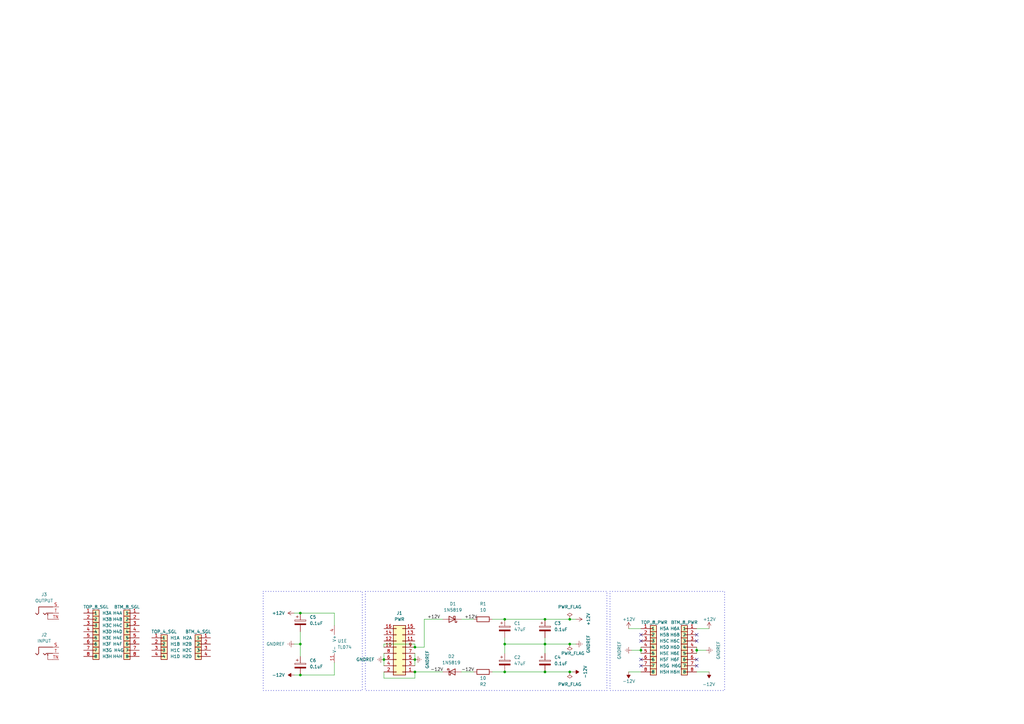
<source format=kicad_sch>
(kicad_sch (version 20230121) (generator eeschema)
  (paper "A3")
  (lib_symbols
    (symbol "Amplifier_Operational:TL074" (pin_names (offset 0.127))
      (property "Reference" "U" (at 0 5.08 0))
      (property "Value" "TL074" (at 0 -5.08 0))
      (symbol "TL074_1_1"
        (polyline (pts (xy -5.08 5.08) (xy 5.08 0) (xy -5.08 -5.08) (xy -5.08 5.08)) (stroke (width 0.254)) (fill (type background)))
        (pin output line (at 7.62 0 180) (length 2.54) (name "~") (number "1"))
        (pin input line (at -7.62 -2.54 0) (length 2.54) (name "-") (number "2"))
        (pin input line (at -7.62 2.54 0) (length 2.54) (name "+") (number "3"))
      )
      (symbol "TL074_2_1"
        (polyline (pts (xy -5.08 5.08) (xy 5.08 0) (xy -5.08 -5.08) (xy -5.08 5.08)) (stroke (width 0.254)) (fill (type background)))
        (pin input line (at -7.62 2.54 0) (length 2.54) (name "+") (number "5"))
        (pin input line (at -7.62 -2.54 0) (length 2.54) (name "-") (number "6"))
        (pin output line (at 7.62 0 180) (length 2.54) (name "~") (number "7"))
      )
      (symbol "TL074_3_1"
        (polyline (pts (xy -5.08 5.08) (xy 5.08 0) (xy -5.08 -5.08) (xy -5.08 5.08)) (stroke (width 0.254)) (fill (type background)))
        (pin input line (at -7.62 2.54 0) (length 2.54) (name "+") (number "10"))
        (pin output line (at 7.62 0 180) (length 2.54) (name "~") (number "8"))
        (pin input line (at -7.62 -2.54 0) (length 2.54) (name "-") (number "9"))
      )
      (symbol "TL074_4_1"
        (polyline (pts (xy -5.08 5.08) (xy 5.08 0) (xy -5.08 -5.08) (xy -5.08 5.08)) (stroke (width 0.254)) (fill (type background)))
        (pin input line (at -7.62 2.54 0) (length 2.54) (name "+") (number "12"))
        (pin input line (at -7.62 -2.54 0) (length 2.54) (name "-") (number "13"))
        (pin output line (at 7.62 0 180) (length 2.54) (name "~") (number "14"))
      )
      (symbol "TL074_5_1"
        (pin power_in line (at -2.54 -7.62 90) (length 3.81) (name "V-") (number "11"))
        (pin power_in line (at -2.54 7.62 270) (length 3.81) (name "V+") (number "4"))
      )
    )
    (symbol "Device:C_Polarized" (pin_numbers hide) (pin_names (offset 0.254))
      (property "Reference" "C" (at 0.635 2.54 0))
      (property "Value" "C_Polarized" (at 0.635 -2.54 0))
      (symbol "C_Polarized_0_1"
        (rectangle (start -2.286 0.508) (end 2.286 1.016))
        (polyline (pts (xy -1.778 2.286) (xy -0.762 2.286)))
        (polyline (pts (xy -1.27 2.794) (xy -1.27 1.778)))
        (rectangle (start 2.286 -0.508) (end -2.286 -1.016) (fill (type outline)))
      )
      (symbol "C_Polarized_1_1"
        (pin passive line (at 0 3.81 270) (length 2.794) (name "~") (number "1"))
        (pin passive line (at 0 -3.81 90) (length 2.794) (name "~") (number "2"))
      )
    )
    (symbol "Device:R" (pin_numbers hide) (pin_names (offset 0))
      (property "Reference" "R" (at 2.032 0 90))
      (property "Value" "R" (at 0 0 90))
      (symbol "R_0_1"
        (rectangle (start -1.016 -2.54) (end 1.016 2.54) (stroke (width 0.254)))
      )
      (symbol "R_1_1"
        (pin passive line (at 0 3.81 270) (length 1.27) (name "~") (number "1"))
        (pin passive line (at 0 -3.81 90) (length 1.27) (name "~") (number "2"))
      )
    )
    (symbol "Diode:1N5819" (pin_numbers hide) (pin_names (offset 1.016) hide)
      (property "Reference" "D" (at 0 2.54 0))
      (property "Value" "1N5819" (at 0 -2.54 0))
      (symbol "1N5819_0_1"
        (polyline (pts (xy 1.27 0) (xy -1.27 0)))
        (polyline (pts (xy 1.27 1.27) (xy 1.27 -1.27) (xy -1.27 0) (xy 1.27 1.27)) (stroke (width 0.254)))
        (polyline (pts (xy -1.905 0.635) (xy -1.905 1.27) (xy -1.27 1.27) (xy -1.27 -1.27) (xy -0.635 -1.27) (xy -0.635 -0.635)) (stroke (width 0.254)))
      )
      (symbol "1N5819_1_1"
        (pin passive line (at -3.81 0 0) (length 2.54) (name "K") (number "1"))
        (pin passive line (at 3.81 0 180) (length 2.54) (name "A") (number "2"))
      )
    )
    (symbol "Synth_Custom:AudioJack2_PJ398SM"
      (property "Reference" "J" (at 0 8.89 0))
      (property "Value" "AudioJack2_PJ398SM" (at 0 6.35 0))
      (symbol "AudioJack2_PJ398SM_0_1"
        (polyline (pts (xy 0.508 -0.254) (xy 0.762 -0.762)))
        (polyline (pts (xy -1.27 0) (xy -0.635 -0.635) (xy 0 0) (xy 2.54 0)) (stroke (width 0.254)))
        (polyline (pts (xy 2.54 -2.54) (xy 0.508 -2.54) (xy 0.508 -0.254) (xy 0.254 -0.762)))
        (polyline (pts (xy 2.54 2.54) (xy -3.175 2.54) (xy -3.175 0) (xy -3.81 -0.635) (xy -4.445 0)) (stroke (width 0.254)))
      )
      (symbol "AudioJack2_PJ398SM_1_1"
        (pin passive line (at 5.08 2.54 180) (length 2.54) (name "~") (number "S"))
        (pin passive line (at 5.08 0 180) (length 2.54) (name "~") (number "T"))
        (pin passive line (at 5.08 -2.54 180) (length 2.54) (name "~") (number "TN"))
      )
    )
    (symbol "Synth_Custom:CONN_Header_01x04"
      (property "Reference" "H" (at 2.54 0 0))
      (symbol "CONN_Header_01x04_1_1"
        (rectangle (start -1.27 0.127) (end 0 -0.127) (stroke (width 0.1524)))
        (rectangle (start -1.27 1.27) (end 1.27 -1.27) (stroke (width 0.254)) (fill (type background)))
        (pin passive line (at -5.08 0 0) (length 3.81) (name "1") (number "1"))
      )
      (symbol "CONN_Header_01x04_2_1"
        (rectangle (start -1.27 0.127) (end 0 -0.127) (stroke (width 0.1524)))
        (rectangle (start -1.27 1.27) (end 1.27 -1.27) (stroke (width 0.254)) (fill (type background)))
        (pin passive line (at -5.08 0 0) (length 3.81) (name "2") (number "2"))
      )
      (symbol "CONN_Header_01x04_3_1"
        (rectangle (start -1.27 0.127) (end 0 -0.127) (stroke (width 0.1524)))
        (rectangle (start -1.27 1.27) (end 1.27 -1.27) (stroke (width 0.254)) (fill (type background)))
        (pin passive line (at -5.08 0 0) (length 3.81) (name "3") (number "3"))
      )
      (symbol "CONN_Header_01x04_4_1"
        (rectangle (start -1.27 0.127) (end 0 -0.127) (stroke (width 0.1524)))
        (rectangle (start -1.27 1.27) (end 1.27 -1.27) (stroke (width 0.254)) (fill (type background)))
        (pin passive line (at -5.08 0 0) (length 3.81) (name "4") (number "4"))
      )
    )
    (symbol "Synth_Custom:CONN_Header_01x08"
      (property "Reference" "H" (at 2.54 0 0))
      (symbol "CONN_Header_01x08_1_1"
        (rectangle (start -1.27 0.127) (end 0 -0.127) (stroke (width 0.1524)))
        (rectangle (start -1.27 1.27) (end 1.27 -1.27) (stroke (width 0.254)) (fill (type background)))
        (pin passive line (at -5.08 0 0) (length 3.81) (name "1") (number "1"))
      )
      (symbol "CONN_Header_01x08_2_1"
        (rectangle (start -1.27 0.127) (end 0 -0.127) (stroke (width 0.1524)))
        (rectangle (start -1.27 1.27) (end 1.27 -1.27) (stroke (width 0.254)) (fill (type background)))
        (pin passive line (at -5.08 0 0) (length 3.81) (name "2") (number "2"))
      )
      (symbol "CONN_Header_01x08_3_1"
        (rectangle (start -1.27 0.127) (end 0 -0.127) (stroke (width 0.1524)))
        (rectangle (start -1.27 1.27) (end 1.27 -1.27) (stroke (width 0.254)) (fill (type background)))
        (pin passive line (at -5.08 0 0) (length 3.81) (name "3") (number "3"))
      )
      (symbol "CONN_Header_01x08_4_1"
        (rectangle (start -1.27 0.127) (end 0 -0.127) (stroke (width 0.1524)))
        (rectangle (start -1.27 1.27) (end 1.27 -1.27) (stroke (width 0.254)) (fill (type background)))
        (pin passive line (at -5.08 0 0) (length 3.81) (name "4") (number "4"))
      )
      (symbol "CONN_Header_01x08_5_1"
        (rectangle (start -1.27 0.127) (end 0 -0.127) (stroke (width 0.1524)))
        (rectangle (start -1.27 1.27) (end 1.27 -1.27) (stroke (width 0.254)) (fill (type background)))
        (pin passive line (at -5.08 0 0) (length 3.81) (name "5") (number "5"))
      )
      (symbol "CONN_Header_01x08_6_1"
        (rectangle (start -1.27 0.127) (end 0 -0.127) (stroke (width 0.1524)))
        (rectangle (start -1.27 1.27) (end 1.27 -1.27) (stroke (width 0.254)) (fill (type background)))
        (pin passive line (at -5.08 0 0) (length 3.81) (name "6") (number "6"))
      )
      (symbol "CONN_Header_01x08_7_1"
        (rectangle (start -1.27 0.127) (end 0 -0.127) (stroke (width 0.1524)))
        (rectangle (start -1.27 1.27) (end 1.27 -1.27) (stroke (width 0.254)) (fill (type background)))
        (pin passive line (at -5.08 0 0) (length 3.81) (name "7") (number "7"))
      )
      (symbol "CONN_Header_01x08_8_1"
        (rectangle (start -1.27 0.127) (end 0 -0.127) (stroke (width 0.1524)))
        (rectangle (start -1.27 1.27) (end 1.27 -1.27) (stroke (width 0.254)) (fill (type background)))
        (pin passive line (at -5.08 0 0) (length 3.81) (name "8") (number "8"))
      )
    )
    (symbol "Synth_Custom:CONN_Socket_01x04"
      (property "Reference" "H" (at 2.54 0 0))
      (symbol "CONN_Socket_01x04_1_1"
        (rectangle (start -1.27 0.127) (end 0 -0.127) (stroke (width 0.1524)))
        (rectangle (start -1.27 1.27) (end 1.27 -1.27) (stroke (width 0.254)) (fill (type background)))
        (pin passive line (at -5.08 0 0) (length 3.81) (name "1") (number "1"))
      )
      (symbol "CONN_Socket_01x04_2_1"
        (rectangle (start -1.27 0.127) (end 0 -0.127) (stroke (width 0.1524)))
        (rectangle (start -1.27 1.27) (end 1.27 -1.27) (stroke (width 0.254)) (fill (type background)))
        (pin passive line (at -5.08 0 0) (length 3.81) (name "2") (number "2"))
      )
      (symbol "CONN_Socket_01x04_3_1"
        (rectangle (start -1.27 0.127) (end 0 -0.127) (stroke (width 0.1524)))
        (rectangle (start -1.27 1.27) (end 1.27 -1.27) (stroke (width 0.254)) (fill (type background)))
        (pin passive line (at -5.08 0 0) (length 3.81) (name "3") (number "3"))
      )
      (symbol "CONN_Socket_01x04_4_1"
        (rectangle (start -1.27 0.127) (end 0 -0.127) (stroke (width 0.1524)))
        (rectangle (start -1.27 1.27) (end 1.27 -1.27) (stroke (width 0.254)) (fill (type background)))
        (pin passive line (at -5.08 0 0) (length 3.81) (name "4") (number "4"))
      )
    )
    (symbol "Synth_Custom:CONN_Socket_01x08"
      (property "Reference" "H" (at 2.54 0 0))
      (symbol "CONN_Socket_01x08_1_1"
        (rectangle (start -1.27 0.127) (end 0 -0.127) (stroke (width 0.1524)))
        (rectangle (start -1.27 1.27) (end 1.27 -1.27) (stroke (width 0.254)) (fill (type background)))
        (pin passive line (at -5.08 0 0) (length 3.81) (name "1") (number "1"))
      )
      (symbol "CONN_Socket_01x08_2_1"
        (rectangle (start -1.27 0.127) (end 0 -0.127) (stroke (width 0.1524)))
        (rectangle (start -1.27 1.27) (end 1.27 -1.27) (stroke (width 0.254)) (fill (type background)))
        (pin passive line (at -5.08 0 0) (length 3.81) (name "2") (number "2"))
      )
      (symbol "CONN_Socket_01x08_3_1"
        (rectangle (start -1.27 0.127) (end 0 -0.127) (stroke (width 0.1524)))
        (rectangle (start -1.27 1.27) (end 1.27 -1.27) (stroke (width 0.254)) (fill (type background)))
        (pin passive line (at -5.08 0 0) (length 3.81) (name "3") (number "3"))
      )
      (symbol "CONN_Socket_01x08_4_1"
        (rectangle (start -1.27 0.127) (end 0 -0.127) (stroke (width 0.1524)))
        (rectangle (start -1.27 1.27) (end 1.27 -1.27) (stroke (width 0.254)) (fill (type background)))
        (pin passive line (at -5.08 0 0) (length 3.81) (name "4") (number "4"))
      )
      (symbol "CONN_Socket_01x08_5_1"
        (rectangle (start -1.27 0.127) (end 0 -0.127) (stroke (width 0.1524)))
        (rectangle (start -1.27 1.27) (end 1.27 -1.27) (stroke (width 0.254)) (fill (type background)))
        (pin passive line (at -5.08 0 0) (length 3.81) (name "5") (number "5"))
      )
      (symbol "CONN_Socket_01x08_6_1"
        (rectangle (start -1.27 0.127) (end 0 -0.127) (stroke (width 0.1524)))
        (rectangle (start -1.27 1.27) (end 1.27 -1.27) (stroke (width 0.254)) (fill (type background)))
        (pin passive line (at -5.08 0 0) (length 3.81) (name "6") (number "6"))
      )
      (symbol "CONN_Socket_01x08_7_1"
        (rectangle (start -1.27 0.127) (end 0 -0.127) (stroke (width 0.1524)))
        (rectangle (start -1.27 1.27) (end 1.27 -1.27) (stroke (width 0.254)) (fill (type background)))
        (pin passive line (at -5.08 0 0) (length 3.81) (name "7") (number "7"))
      )
      (symbol "CONN_Socket_01x08_8_1"
        (rectangle (start -1.27 0.127) (end 0 -0.127) (stroke (width 0.1524)))
        (rectangle (start -1.27 1.27) (end 1.27 -1.27) (stroke (width 0.254)) (fill (type background)))
        (pin passive line (at -5.08 0 0) (length 3.81) (name "8") (number "8"))
      )
    )
    (symbol "Synth_Custom:Conn_02x08_PWR_Eurorack" (pin_names (offset 1.016) hide)
      (property "Reference" "J" (at 1.27 10.16 0))
      (property "Value" "Conn_02x08_PWR_Eurorack" (at 1.27 -12.7 0))
      (symbol "Conn_02x08_PWR_Eurorack_1_1"
        (rectangle (start -1.27 -10.033) (end 0 -10.287) (stroke (width 0.1524)))
        (rectangle (start -1.27 -7.493) (end 0 -7.747) (stroke (width 0.1524)))
        (rectangle (start -1.27 -4.953) (end 0 -5.207) (stroke (width 0.1524)))
        (rectangle (start -1.27 -2.413) (end 0 -2.667) (stroke (width 0.1524)))
        (rectangle (start -1.27 0.127) (end 0 -0.127) (stroke (width 0.1524)))
        (rectangle (start -1.27 2.667) (end 0 2.413) (stroke (width 0.1524)))
        (rectangle (start -1.27 5.207) (end 0 4.953) (stroke (width 0.1524)))
        (rectangle (start -1.27 7.747) (end 0 7.493) (stroke (width 0.1524)))
        (rectangle (start -1.27 8.89) (end 3.81 -11.43) (stroke (width 0.254)) (fill (type background)))
        (rectangle (start 3.81 -10.033) (end 2.54 -10.287) (stroke (width 0.1524)))
        (rectangle (start 3.81 -7.493) (end 2.54 -7.747) (stroke (width 0.1524)))
        (rectangle (start 3.81 -4.953) (end 2.54 -5.207) (stroke (width 0.1524)))
        (rectangle (start 3.81 -2.413) (end 2.54 -2.667) (stroke (width 0.1524)))
        (rectangle (start 3.81 0.127) (end 2.54 -0.127) (stroke (width 0.1524)))
        (rectangle (start 3.81 2.667) (end 2.54 2.413) (stroke (width 0.1524)))
        (rectangle (start 3.81 5.207) (end 2.54 4.953) (stroke (width 0.1524)))
        (rectangle (start 3.81 7.747) (end 2.54 7.493) (stroke (width 0.1524)))
        (pin passive line (at -5.08 7.62 0) (length 3.81) (name "-12V") (number "1"))
        (pin passive line (at 7.62 -2.54 180) (length 3.81) (name "+12V") (number "10"))
        (pin passive line (at -5.08 -5.08 0) (length 3.81) (name "+5V") (number "11"))
        (pin passive line (at 7.62 -5.08 180) (length 3.81) (name "+5V") (number "12"))
        (pin passive line (at -5.08 -7.62 0) (length 3.81) (name "CV") (number "13"))
        (pin passive line (at 7.62 -7.62 180) (length 3.81) (name "CV") (number "14"))
        (pin passive line (at -5.08 -10.16 0) (length 3.81) (name "GATE") (number "15"))
        (pin passive line (at 7.62 -10.16 180) (length 3.81) (name "GATE") (number "16"))
        (pin passive line (at 7.62 7.62 180) (length 3.81) (name "-12V") (number "2"))
        (pin passive line (at -5.08 5.08 0) (length 3.81) (name "GND") (number "3"))
        (pin passive line (at 7.62 5.08 180) (length 3.81) (name "GND") (number "4"))
        (pin passive line (at -5.08 2.54 0) (length 3.81) (name "GND") (number "5"))
        (pin passive line (at 7.62 2.54 180) (length 3.81) (name "GND") (number "6"))
        (pin passive line (at -5.08 0 0) (length 3.81) (name "GND") (number "7"))
        (pin passive line (at 7.62 0 180) (length 3.81) (name "GND") (number "8"))
        (pin passive line (at -5.08 -2.54 0) (length 3.81) (name "+12V") (number "9"))
      )
    )
    (symbol "power:+12V" (power) (pin_names (offset 0))
      (property "Value" "+12V" (at 0 3.556 0))
      (symbol "+12V_0_1"
        (polyline (pts (xy -0.762 1.27) (xy 0 2.54)))
        (polyline (pts (xy 0 0) (xy 0 2.54)))
        (polyline (pts (xy 0 2.54) (xy 0.762 1.27)))
      )
      (symbol "+12V_1_1"
        (pin power_in line (at 0 0 90) (length 0) hide (name "+12V") (number "1"))
      )
    )
    (symbol "power:-12V" (power) (pin_names (offset 0))
      (property "Value" "-12V" (at 0 3.81 0))
      (symbol "-12V_0_0"
        (pin power_in line (at 0 0 90) (length 0) hide (name "-12V") (number "1"))
      )
      (symbol "-12V_0_1"
        (polyline (pts (xy 0 0) (xy 0 1.27) (xy 0.762 1.27) (xy 0 2.54) (xy -0.762 1.27) (xy 0 1.27)) (fill (type outline)))
      )
    )
    (symbol "power:GNDREF" (power) (pin_names (offset 0))
      (property "Value" "GNDREF" (at 0 -3.81 0))
      (symbol "GNDREF_0_1"
        (polyline (pts (xy -0.635 -1.905) (xy 0.635 -1.905)))
        (polyline (pts (xy -0.127 -2.54) (xy 0.127 -2.54)))
        (polyline (pts (xy 0 -1.27) (xy 0 0)))
        (polyline (pts (xy 1.27 -1.27) (xy -1.27 -1.27)))
      )
      (symbol "GNDREF_1_1"
        (pin power_in line (at 0 0 270) (length 0) hide (name "GNDREF") (number "1"))
      )
    )
    (symbol "power:PWR_FLAG" (power) (pin_numbers hide) (pin_names (offset 0) hide)
      (property "Value" "PWR_FLAG" (at 0 3.81 0))
      (symbol "PWR_FLAG_0_0"
        (pin power_out line (at 0 0 90) (length 0) (name "pwr") (number "1"))
      )
      (symbol "PWR_FLAG_0_1"
        (polyline (pts (xy 0 0) (xy 0 1.27) (xy -1.016 1.905) (xy 0 2.54) (xy 1.016 1.905) (xy 0 1.27)))
      )
    )
  )
  (junction (at 123.19 264.16))
  (junction (at 207.01 264.16))
  (junction (at 233.68 275.59))
  (junction (at 223.52 264.16))
  (junction (at 157.48 270.51))
  (junction (at 233.68 254))
  (junction (at 223.52 254))
  (junction (at 262.89 266.7))
  (junction (at 170.18 275.59))
  (junction (at 170.18 265.43))
  (junction (at 207.01 254))
  (junction (at 170.18 270.51))
  (junction (at 123.19 276.86))
  (junction (at 285.75 266.7))
  (junction (at 207.01 275.59))
  (junction (at 233.68 264.16))
  (junction (at 223.52 275.59))
  (junction (at 123.19 251.46))
  (no_connect (at 285.75 262.89))
  (no_connect (at 262.89 262.89))
  (no_connect (at 262.89 273.05))
  (no_connect (at 285.75 260.35))
  (no_connect (at 285.75 270.51))
  (no_connect (at 262.89 270.51))
  (no_connect (at 285.75 273.05))
  (no_connect (at 262.89 260.35))
  (wire (pts (xy 137.16 271.78) (xy 137.16 276.86)))
  (wire (pts (xy 170.18 278.13) (xy 170.18 275.59)))
  (wire (pts (xy 120.65 276.86) (xy 123.19 276.86)))
  (wire (pts (xy 173.99 254) (xy 181.61 254)))
  (wire (pts (xy 285.75 257.81) (xy 290.83 257.81)))
  (wire (pts (xy 170.18 264.16) (xy 157.48 264.16)))
  (wire (pts (xy 170.18 265.43) (xy 170.18 264.16)))
  (wire (pts (xy 170.18 267.97) (xy 170.18 270.51)))
  (wire (pts (xy 123.19 259.08) (xy 123.19 264.16)))
  (wire (pts (xy 123.19 264.16) (xy 123.19 269.24)))
  (wire (pts (xy 223.52 275.59) (xy 233.68 275.59)))
  (wire (pts (xy 223.52 264.16) (xy 233.68 264.16)))
  (wire (pts (xy 157.48 275.59) (xy 157.48 278.13)))
  (wire (pts (xy 259.08 266.7) (xy 262.89 266.7)))
  (wire (pts (xy 189.23 275.59) (xy 194.31 275.59)))
  (wire (pts (xy 170.18 270.51) (xy 170.18 273.05)))
  (wire (pts (xy 137.16 251.46) (xy 137.16 256.54)))
  (wire (pts (xy 207.01 261.62) (xy 207.01 264.16)))
  (wire (pts (xy 123.19 264.16) (xy 120.65 264.16)))
  (wire (pts (xy 233.68 275.59) (xy 234.95 275.59)))
  (wire (pts (xy 123.19 276.86) (xy 137.16 276.86)))
  (wire (pts (xy 207.01 254) (xy 223.52 254)))
  (wire (pts (xy 285.75 265.43) (xy 285.75 266.7)))
  (wire (pts (xy 157.48 267.97) (xy 157.48 270.51)))
  (wire (pts (xy 233.68 264.16) (xy 236.22 264.16)))
  (wire (pts (xy 262.89 266.7) (xy 262.89 265.43)))
  (wire (pts (xy 173.99 254) (xy 173.99 265.43)))
  (wire (pts (xy 285.75 266.7) (xy 289.56 266.7)))
  (wire (pts (xy 223.52 254) (xy 233.68 254)))
  (wire (pts (xy 285.75 266.7) (xy 285.75 267.97)))
  (wire (pts (xy 207.01 264.16) (xy 207.01 267.97)))
  (wire (pts (xy 170.18 275.59) (xy 181.61 275.59)))
  (wire (pts (xy 201.93 275.59) (xy 207.01 275.59)))
  (wire (pts (xy 201.93 254) (xy 207.01 254)))
  (wire (pts (xy 207.01 275.59) (xy 223.52 275.59)))
  (wire (pts (xy 233.68 254) (xy 236.22 254)))
  (wire (pts (xy 157.48 270.51) (xy 157.48 273.05)))
  (wire (pts (xy 157.48 278.13) (xy 170.18 278.13)))
  (wire (pts (xy 120.65 251.46) (xy 123.19 251.46)))
  (wire (pts (xy 207.01 264.16) (xy 223.52 264.16)))
  (wire (pts (xy 189.23 254) (xy 194.31 254)))
  (wire (pts (xy 223.52 264.16) (xy 223.52 267.97)))
  (wire (pts (xy 173.99 265.43) (xy 170.18 265.43)))
  (wire (pts (xy 262.89 266.7) (xy 262.89 267.97)))
  (wire (pts (xy 123.19 251.46) (xy 137.16 251.46)))
  (wire (pts (xy 223.52 261.62) (xy 223.52 264.16)))
  (wire (pts (xy 285.75 275.59) (xy 290.83 275.59)))
  (wire (pts (xy 257.81 257.81) (xy 262.89 257.81)))
  (wire (pts (xy 257.81 275.59) (xy 262.89 275.59)))
  (wire (pts (xy 157.48 264.16) (xy 157.48 265.43)))
  (rectangle (start 250.19 242.57) (end 297.18 283.21) (stroke (width 0.25) (type dot)))
  (rectangle (start 149.86 242.57) (end 248.92 283.21) (stroke (width 0.25) (type dot)))
  (rectangle (start 107.95 242.57) (end 148.59 283.21) (stroke (width 0.25) (type dot)))
  (label "-12V" (at 176.53 275.59 0))
  (label "+12V" (at 175.26 254 0))
  (label "+12V" (at 190.5 254 0))
  (label "-12V" (at 189.23 275.59 0))
  (symbol (lib_id "Synth_Custom:CONN_Header_01x08") (at 267.97 262.89 0) (unit 3)
    (property "Reference" "H5" (at 270.51 262.89 0) (effects (justify left)))
    (property "Value" "TOP_8_PWR" (effects hide))
    (property "Footprint" "synth-custom:PinHeader_1x08_P2.00mm_Vertical" (effects hide))
  )
  (symbol (lib_id "power:+12V") (at 290.83 257.81 0) (unit 1)
    (property "Reference" "#PWR08" (effects hide))
    (property "Value" "+12V" (at 288.29 254 0) (effects (justify left)))
  )
  (symbol (lib_id "Synth_Custom:CONN_Socket_01x04") (at 81.28 266.7 180) (unit 3)
    (property "Reference" "H2" (at 78.74 266.7 0) (effects (justify left)))
    (property "Value" "BTM_4_SGL" (effects hide))
    (property "Footprint" "synth-custom:PinSocket_1x04_P2.00mm_Vertical" (effects hide))
  )
  (symbol (lib_id "power:-12V") (at 234.95 275.59 270) (unit 1)
    (property "Reference" "#PWR02" (effects hide))
    (property "Value" "-12V" (at 240.03 275.59 0))
  )
  (symbol (lib_id "Synth_Custom:CONN_Header_01x08") (at 39.37 259.08 0) (unit 4)
    (property "Reference" "H3" (at 41.91 259.08 0) (effects (justify left)))
    (property "Value" "TOP_8_SGL" (effects hide))
    (property "Footprint" "synth-custom:PinHeader_1x08_P2.00mm_Vertical" (effects hide))
  )
  (symbol (lib_id "Synth_Custom:CONN_Socket_01x08") (at 52.07 256.54 180) (unit 3)
    (property "Reference" "H4" (at 48.26 256.54 0))
    (property "Value" "BTM_8_SGL" (effects hide))
    (property "Footprint" "synth-custom:PinSocket_1x08_P2.00mm_Vertical" (effects hide))
  )
  (symbol (lib_id "Synth_Custom:CONN_Socket_01x08") (at 280.67 257.81 180) (unit 1)
    (property "Reference" "H6" (at 276.86 257.81 0))
    (property "Value" "BTM_8_PWR" (at 280.67 255.27 0))
    (property "Footprint" "synth-custom:PinSocket_1x08_P2.00mm_Vertical" (effects hide))
  )
  (symbol (lib_id "Synth_Custom:CONN_Socket_01x08") (at 280.67 262.89 180) (unit 3)
    (property "Reference" "H6" (at 276.86 262.89 0))
    (property "Value" "BTM_8_PWR" (effects hide))
    (property "Footprint" "synth-custom:PinSocket_1x08_P2.00mm_Vertical" (effects hide))
  )
  (symbol (lib_id "Synth_Custom:CONN_Socket_01x08") (at 52.07 261.62 180) (unit 5)
    (property "Reference" "H4" (at 48.26 261.62 0))
    (property "Value" "BTM_8_SGL" (effects hide))
    (property "Footprint" "synth-custom:PinSocket_1x08_P2.00mm_Vertical" (effects hide))
  )
  (symbol (lib_id "Device:C_Polarized") (at 123.19 273.05 0) (unit 1)
    (property "Reference" "C6" (at 127 270.891 0) (effects (justify left)))
    (property "Value" "0.1uF" (at 127 273.431 0) (effects (justify left)))
    (property "Footprint" "Capacitor_THT:CP_Radial_D4.0mm_P2.00mm" (effects hide))
  )
  (symbol (lib_id "Synth_Custom:CONN_Socket_01x08") (at 52.07 269.24 180) (unit 8)
    (property "Reference" "H4" (at 48.26 269.24 0))
    (property "Value" "BTM_8_SGL" (effects hide))
    (property "Footprint" "synth-custom:PinSocket_1x08_P2.00mm_Vertical" (effects hide))
  )
  (symbol (lib_id "Synth_Custom:CONN_Header_01x04") (at 67.31 266.7 0) (unit 3)
    (property "Reference" "H1" (at 69.85 266.7 0) (effects (justify left)))
    (property "Value" "TOP_4_SGL" (effects hide))
    (property "Footprint" "synth-custom:PinHeader_1x04_P2.00mm_Vertical" (effects hide))
  )
  (symbol (lib_id "Diode:1N5819") (at 185.42 275.59 0) (unit 1)
    (property "Reference" "D2" (at 185.1025 269.24 0))
    (property "Value" "1N5819" (at 185.1025 271.78 0))
    (property "Footprint" "Diode_THT:D_DO-41_SOD81_P10.16mm_Horizontal" (effects hide))
    (property "Datasheet" "http://www.vishay.com/docs/88525/1n5817.pdf" (effects hide))
  )
  (symbol (lib_id "Device:R") (at 198.12 275.59 90) (unit 1)
    (property "Reference" "R2" (at 198.12 280.67 90))
    (property "Value" "10" (at 198.12 278.13 90))
    (property "Footprint" "synth-custom:R_Axial_DIN0207_L6.3mm_D2.5mm_P7.62mm_Horizontal" (effects hide))
  )
  (symbol (lib_id "power:PWR_FLAG") (at 233.68 254 0) (unit 1)
    (property "Reference" "#FLG01" (effects hide))
    (property "Value" "PWR_FLAG" (at 233.68 248.92 0))
  )
  (symbol (lib_id "Diode:1N5819") (at 185.42 254 180) (unit 1)
    (property "Reference" "D1" (at 185.7375 247.65 0))
    (property "Value" "1N5819" (at 185.7375 250.19 0))
    (property "Footprint" "Diode_THT:D_DO-41_SOD81_P10.16mm_Horizontal" (effects hide))
    (property "Datasheet" "http://www.vishay.com/docs/88525/1n5817.pdf" (effects hide))
  )
  (symbol (lib_id "Synth_Custom:CONN_Header_01x08") (at 39.37 251.46 0) (unit 1)
    (property "Reference" "H3" (at 41.91 251.46 0) (effects (justify left)))
    (property "Value" "TOP_8_SGL" (at 39.37 248.92 0))
    (property "Footprint" "synth-custom:PinHeader_1x08_P2.00mm_Vertical" (effects hide))
  )
  (symbol (lib_id "Synth_Custom:CONN_Socket_01x04") (at 81.28 264.16 180) (unit 2)
    (property "Reference" "H2" (at 78.74 264.16 0) (effects (justify left)))
    (property "Value" "BTM_4_SGL" (effects hide))
    (property "Footprint" "synth-custom:PinSocket_1x04_P2.00mm_Vertical" (effects hide))
  )
  (symbol (lib_id "Device:C_Polarized") (at 223.52 271.78 0) (unit 1)
    (property "Reference" "C4" (at 227.33 269.621 0) (effects (justify left)))
    (property "Value" "0.1uF" (at 227.33 272.161 0) (effects (justify left)))
    (property "Footprint" "Capacitor_THT:CP_Radial_D4.0mm_P2.00mm" (effects hide))
  )
  (symbol (lib_id "Synth_Custom:CONN_Socket_01x08") (at 280.67 267.97 180) (unit 5)
    (property "Reference" "H6" (at 276.86 267.97 0))
    (property "Value" "BTM_8_PWR" (effects hide))
    (property "Footprint" "synth-custom:PinSocket_1x08_P2.00mm_Vertical" (effects hide))
  )
  (symbol (lib_id "Synth_Custom:CONN_Header_01x08") (at 267.97 275.59 0) (unit 8)
    (property "Reference" "H5" (at 270.51 275.59 0) (effects (justify left)))
    (property "Value" "TOP_8_PWR" (effects hide))
    (property "Footprint" "synth-custom:PinHeader_1x08_P2.00mm_Vertical" (effects hide))
  )
  (symbol (lib_id "Synth_Custom:CONN_Header_01x08") (at 39.37 261.62 0) (unit 5)
    (property "Reference" "H3" (at 41.91 261.62 0) (effects (justify left)))
    (property "Value" "TOP_8_SGL" (effects hide))
    (property "Footprint" "synth-custom:PinHeader_1x08_P2.00mm_Vertical" (effects hide))
  )
  (symbol (lib_id "Synth_Custom:CONN_Socket_01x08") (at 52.07 259.08 180) (unit 4)
    (property "Reference" "H4" (at 48.26 259.08 0))
    (property "Value" "BTM_8_SGL" (effects hide))
    (property "Footprint" "synth-custom:PinSocket_1x08_P2.00mm_Vertical" (effects hide))
  )
  (symbol (lib_id "power:PWR_FLAG") (at 233.68 264.16 180) (unit 1)
    (property "Reference" "#FLG03" (effects hide))
    (property "Value" "PWR_FLAG" (at 234.95 267.97 0))
  )
  (symbol (lib_id "Device:C_Polarized") (at 207.01 271.78 0) (unit 1)
    (property "Reference" "C2" (at 210.82 269.621 0) (effects (justify left)))
    (property "Value" "47uF" (at 210.82 272.161 0) (effects (justify left)))
    (property "Footprint" "Capacitor_THT:CP_Radial_D6.3mm_P2.50mm" (effects hide))
  )
  (symbol (lib_id "power:GNDREF") (at 236.22 264.16 90) (unit 1)
    (property "Reference" "#PWR03" (effects hide))
    (property "Value" "GNDREF" (at 241.3 264.16 0))
  )
  (symbol (lib_id "Synth_Custom:CONN_Socket_01x08") (at 52.07 251.46 180) (unit 1)
    (property "Reference" "H4" (at 48.26 251.46 0))
    (property "Value" "BTM_8_SGL" (at 52.07 248.92 0))
    (property "Footprint" "synth-custom:PinSocket_1x08_P2.00mm_Vertical" (effects hide))
  )
  (symbol (lib_id "power:GNDREF") (at 120.65 264.16 270) (unit 1)
    (property "Reference" "#PWR012" (effects hide))
    (property "Value" "GNDREF" (at 116.84 264.16 90) (effects (justify right)))
  )
  (symbol (lib_id "power:GNDREF") (at 289.56 266.7 90) (unit 1)
    (property "Reference" "#PWR09" (effects hide))
    (property "Value" "GNDREF" (at 294.64 266.7 0))
  )
  (symbol (lib_id "Device:C_Polarized") (at 207.01 257.81 0) (unit 1)
    (property "Reference" "C1" (at 210.82 255.651 0) (effects (justify left)))
    (property "Value" "47uF" (at 210.82 258.191 0) (effects (justify left)))
    (property "Footprint" "Capacitor_THT:CP_Radial_D6.3mm_P2.50mm" (effects hide))
  )
  (symbol (lib_id "Device:C_Polarized") (at 123.19 255.27 0) (unit 1)
    (property "Reference" "C5" (at 127 253.111 0) (effects (justify left)))
    (property "Value" "0.1uF" (at 127 255.651 0) (effects (justify left)))
    (property "Footprint" "Capacitor_THT:CP_Radial_D4.0mm_P2.00mm" (effects hide))
  )
  (symbol (lib_id "Synth_Custom:Conn_02x08_PWR_Eurorack") (at 165.1 267.97 180) (unit 1)
    (property "Reference" "J1" (at 163.83 251.46 0))
    (property "Value" "PWR" (at 163.83 254 0))
    (property "Footprint" "synth-custom:CONN_02x08_PWR" (effects hide))
  )
  (symbol (lib_id "power:GNDREF") (at 170.18 270.51 90) (unit 1)
    (property "Reference" "#PWR013" (effects hide))
    (property "Value" "GNDREF" (at 175.26 270.51 0))
  )
  (symbol (lib_id "power:GNDREF") (at 259.08 266.7 270) (unit 1)
    (property "Reference" "#PWR05" (effects hide))
    (property "Value" "GNDREF" (at 254 266.7 0))
  )
  (symbol (lib_id "Synth_Custom:CONN_Header_01x08") (at 39.37 254 0) (unit 2)
    (property "Reference" "H3" (at 41.91 254 0) (effects (justify left)))
    (property "Value" "TOP_8_SGL" (effects hide))
    (property "Footprint" "synth-custom:PinHeader_1x08_P2.00mm_Vertical" (effects hide))
  )
  (symbol (lib_id "Synth_Custom:CONN_Header_01x08") (at 39.37 264.16 0) (unit 6)
    (property "Reference" "H3" (at 41.91 264.16 0) (effects (justify left)))
    (property "Value" "TOP_8_SGL" (effects hide))
    (property "Footprint" "synth-custom:PinHeader_1x08_P2.00mm_Vertical" (effects hide))
  )
  (symbol (lib_id "Synth_Custom:CONN_Header_01x04") (at 67.31 264.16 0) (unit 2)
    (property "Reference" "H1" (at 69.85 264.16 0) (effects (justify left)))
    (property "Value" "TOP_4_SGL" (effects hide))
    (property "Footprint" "synth-custom:PinHeader_1x04_P2.00mm_Vertical" (effects hide))
  )
  (symbol (lib_id "Device:C_Polarized") (at 223.52 257.81 0) (unit 1)
    (property "Reference" "C3" (at 227.33 255.651 0) (effects (justify left)))
    (property "Value" "0.1uF" (at 227.33 258.191 0) (effects (justify left)))
    (property "Footprint" "Capacitor_THT:CP_Radial_D4.0mm_P2.00mm" (effects hide))
  )
  (symbol (lib_id "Synth_Custom:CONN_Socket_01x08") (at 280.67 265.43 180) (unit 4)
    (property "Reference" "H6" (at 276.86 265.43 0))
    (property "Value" "BTM_8_PWR" (effects hide))
    (property "Footprint" "synth-custom:PinSocket_1x08_P2.00mm_Vertical" (effects hide))
  )
  (symbol (lib_id "power:GNDREF") (at 157.48 270.51 270) (unit 1)
    (property "Reference" "#PWR014" (effects hide))
    (property "Value" "GNDREF" (at 153.67 270.51 90) (effects (justify right)))
  )
  (symbol (lib_id "Synth_Custom:CONN_Header_01x08") (at 39.37 256.54 0) (unit 3)
    (property "Reference" "H3" (at 41.91 256.54 0) (effects (justify left)))
    (property "Value" "TOP_8_SGL" (effects hide))
    (property "Footprint" "synth-custom:PinHeader_1x08_P2.00mm_Vertical" (effects hide))
  )
  (symbol (lib_id "Synth_Custom:CONN_Socket_01x08") (at 280.67 273.05 180) (unit 7)
    (property "Reference" "H6" (at 279.4 273.05 0) (effects (justify left)))
    (property "Value" "BTM_8_PWR" (effects hide))
    (property "Footprint" "synth-custom:PinSocket_1x08_P2.00mm_Vertical" (effects hide))
  )
  (symbol (lib_id "Synth_Custom:CONN_Socket_01x08") (at 52.07 264.16 180) (unit 6)
    (property "Reference" "H4" (at 48.26 264.16 0))
    (property "Value" "BTM_8_SGL" (effects hide))
    (property "Footprint" "synth-custom:PinSocket_1x08_P2.00mm_Vertical" (effects hide))
  )
  (symbol (lib_id "Synth_Custom:CONN_Header_01x08") (at 39.37 266.7 0) (unit 7)
    (property "Reference" "H3" (at 41.91 266.7 0) (effects (justify left)))
    (property "Value" "TOP_8_SGL" (effects hide))
    (property "Footprint" "synth-custom:PinHeader_1x08_P2.00mm_Vertical" (effects hide))
  )
  (symbol (lib_id "Synth_Custom:CONN_Header_01x08") (at 39.37 269.24 0) (unit 8)
    (property "Reference" "H3" (at 41.91 269.24 0) (effects (justify left)))
    (property "Value" "TOP_8_SGL" (effects hide))
    (property "Footprint" "synth-custom:PinHeader_1x08_P2.00mm_Vertical" (effects hide))
  )
  (symbol (lib_id "Synth_Custom:CONN_Socket_01x08") (at 280.67 270.51 180) (unit 6)
    (property "Reference" "H6" (at 276.86 270.51 0))
    (property "Value" "BTM_8_PWR" (effects hide))
    (property "Footprint" "synth-custom:PinSocket_1x08_P2.00mm_Vertical" (effects hide))
  )
  (symbol (lib_id "power:+12V") (at 257.81 257.81 0) (unit 1)
    (property "Reference" "#PWR04" (effects hide))
    (property "Value" "+12V" (at 255.27 254 0) (effects (justify left)))
  )
  (symbol (lib_id "power:-12V") (at 120.65 276.86 90) (unit 1)
    (property "Reference" "#PWR011" (effects hide))
    (property "Value" "-12V" (at 116.84 276.86 90) (effects (justify left)))
  )
  (symbol (lib_id "Synth_Custom:CONN_Socket_01x08") (at 280.67 260.35 180) (unit 2)
    (property "Reference" "H6" (at 276.86 260.35 0))
    (property "Value" "BTM_8_PWR" (effects hide))
    (property "Footprint" "synth-custom:PinSocket_1x08_P2.00mm_Vertical" (effects hide))
  )
  (symbol (lib_id "Synth_Custom:CONN_Socket_01x08") (at 52.07 254 180) (unit 2)
    (property "Reference" "H4" (at 48.26 254 0))
    (property "Value" "BTM_8_SGL" (effects hide))
    (property "Footprint" "synth-custom:PinSocket_1x08_P2.00mm_Vertical" (effects hide))
  )
  (symbol (lib_id "power:+12V") (at 120.65 251.46 90) (unit 1)
    (property "Reference" "#PWR010" (effects hide))
    (property "Value" "+12V" (at 116.84 251.46 90) (effects (justify left)))
  )
  (symbol (lib_id "Synth_Custom:CONN_Header_01x08") (at 267.97 273.05 0) (unit 7)
    (property "Reference" "H5" (at 270.51 273.05 0) (effects (justify left)))
    (property "Value" "TOP_8_PWR" (effects hide))
    (property "Footprint" "synth-custom:PinHeader_1x08_P2.00mm_Vertical" (effects hide))
  )
  (symbol (lib_id "power:-12V") (at 290.83 275.59 180) (unit 1)
    (property "Reference" "#PWR07" (effects hide))
    (property "Value" "-12V" (at 293.37 280.67 0) (effects (justify left)))
  )
  (symbol (lib_id "Amplifier_Operational:TL074") (at 139.7 264.16 0) (unit 5)
    (property "Reference" "U1" (at 138.43 262.89 0) (effects (justify left)))
    (property "Value" "TL074" (at 138.43 265.43 0) (effects (justify left)))
    (property "Datasheet" "http://www.ti.com/lit/ds/symlink/tl071.pdf" (effects hide))
  )
  (symbol (lib_id "power:+12V") (at 236.22 254 270) (unit 1)
    (property "Reference" "#PWR01" (effects hide))
    (property "Value" "+12V" (at 241.3 254 0))
  )
  (symbol (lib_id "Synth_Custom:CONN_Socket_01x08") (at 280.67 275.59 180) (unit 8)
    (property "Reference" "H6" (at 276.86 275.59 0))
    (property "Value" "BTM_8_PWR" (effects hide))
    (property "Footprint" "synth-custom:PinSocket_1x08_P2.00mm_Vertical" (effects hide))
  )
  (symbol (lib_id "Synth_Custom:CONN_Header_01x08") (at 267.97 267.97 0) (unit 5)
    (property "Reference" "H5" (at 270.51 267.97 0) (effects (justify left)))
    (property "Value" "TOP_8_PWR" (effects hide))
    (property "Footprint" "synth-custom:PinHeader_1x08_P2.00mm_Vertical" (effects hide))
  )
  (symbol (lib_id "Synth_Custom:CONN_Header_01x08") (at 267.97 265.43 0) (unit 4)
    (property "Reference" "H5" (at 270.51 265.43 0) (effects (justify left)))
    (property "Value" "TOP_8_PWR" (effects hide))
    (property "Footprint" "synth-custom:PinHeader_1x08_P2.00mm_Vertical" (effects hide))
  )
  (symbol (lib_id "Synth_Custom:CONN_Header_01x08") (at 267.97 257.81 0) (unit 1)
    (property "Reference" "H5" (at 270.51 257.81 0) (effects (justify left)))
    (property "Value" "TOP_8_PWR" (at 262.89 255.27 0) (effects (justify left)))
    (property "Footprint" "synth-custom:PinHeader_1x08_P2.00mm_Vertical" (effects hide))
  )
  (symbol (lib_id "Synth_Custom:AudioJack2_PJ398SM") (at 19.05 251.46 0) (unit 1)
    (property "Reference" "J3" (at 18.0975 243.84 0))
    (property "Value" "OUTPUT" (at 18.0975 246.38 0))
    (property "Footprint" "synth-custom:Jack_3.5mm_QingPu_WQP-PJ398SM_Vertical_CircularHoles" (effects hide))
  )
  (symbol (lib_id "Synth_Custom:CONN_Header_01x04") (at 67.31 269.24 0) (unit 4)
    (property "Reference" "H1" (at 69.85 269.24 0) (effects (justify left)))
    (property "Value" "TOP_4_SGL" (effects hide))
    (property "Footprint" "synth-custom:PinHeader_1x04_P2.00mm_Vertical" (effects hide))
  )
  (symbol (lib_id "Synth_Custom:CONN_Socket_01x04") (at 81.28 261.62 180) (unit 1)
    (property "Reference" "H2" (at 78.74 261.62 0) (effects (justify left)))
    (property "Value" "BTM_4_SGL" (effects hide))
    (property "Footprint" "synth-custom:PinSocket_1x04_P2.00mm_Vertical" (effects hide))
  )
  (symbol (lib_id "power:-12V") (at 257.81 275.59 180) (unit 1)
    (property "Reference" "#PWR06" (effects hide))
    (property "Value" "-12V" (at 255.27 279.4 0) (effects (justify right)))
  )
  (symbol (lib_id "Device:R") (at 198.12 254 90) (unit 1)
    (property "Reference" "R1" (at 198.12 247.65 90))
    (property "Value" "10" (at 198.12 250.19 90))
    (property "Footprint" "synth-custom:R_Axial_DIN0207_L6.3mm_D2.5mm_P7.62mm_Horizontal" (effects hide))
  )
  (symbol (lib_id "power:PWR_FLAG") (at 233.68 275.59 180) (unit 1)
    (property "Reference" "#FLG02" (effects hide))
    (property "Value" "PWR_FLAG" (at 233.68 280.67 0))
  )
  (symbol (lib_id "Synth_Custom:AudioJack2_PJ398SM") (at 19.05 267.97 0) (unit 1)
    (property "Reference" "J2" (at 18.0975 260.35 0))
    (property "Value" "INPUT" (at 18.0975 262.89 0))
    (property "Footprint" "synth-custom:Jack_3.5mm_QingPu_WQP-PJ398SM_Vertical_CircularHoles" (effects hide))
  )
  (symbol (lib_id "Synth_Custom:CONN_Header_01x08") (at 267.97 260.35 0) (unit 2)
    (property "Reference" "H5" (at 270.51 260.35 0) (effects (justify left)))
    (property "Value" "TOP_8_PWR" (effects hide))
    (property "Footprint" "synth-custom:PinHeader_1x08_P2.00mm_Vertical" (effects hide))
  )
  (symbol (lib_id "Synth_Custom:CONN_Socket_01x04") (at 81.28 269.24 180) (unit 4)
    (property "Reference" "H2" (at 78.74 269.24 0) (effects (justify left)))
    (property "Value" "BTM_4_SGL" (at 81.28 259.08 0))
    (property "Footprint" "synth-custom:PinSocket_1x04_P2.00mm_Vertical" (effects hide))
  )
  (symbol (lib_id "Synth_Custom:CONN_Header_01x08") (at 267.97 270.51 0) (unit 6)
    (property "Reference" "H5" (at 270.51 270.51 0) (effects (justify left)))
    (property "Value" "TOP_8_PWR" (effects hide))
    (property "Footprint" "synth-custom:PinHeader_1x08_P2.00mm_Vertical" (effects hide))
  )
  (symbol (lib_id "Synth_Custom:CONN_Header_01x04") (at 67.31 261.62 0) (unit 1)
    (property "Reference" "H1" (at 69.85 261.62 0) (effects (justify left)))
    (property "Value" "TOP_4_SGL" (at 67.31 259.08 0))
    (property "Footprint" "synth-custom:PinHeader_1x04_P2.00mm_Vertical" (effects hide))
  )
  (symbol (lib_id "Synth_Custom:CONN_Socket_01x08") (at 52.07 266.7 180) (unit 7)
    (property "Reference" "H4" (at 50.8 266.7 0) (effects (justify left)))
    (property "Value" "BTM_8_SGL" (effects hide))
    (property "Footprint" "synth-custom:PinSocket_1x08_P2.00mm_Vertical" (effects hide))
  )
)
</source>
